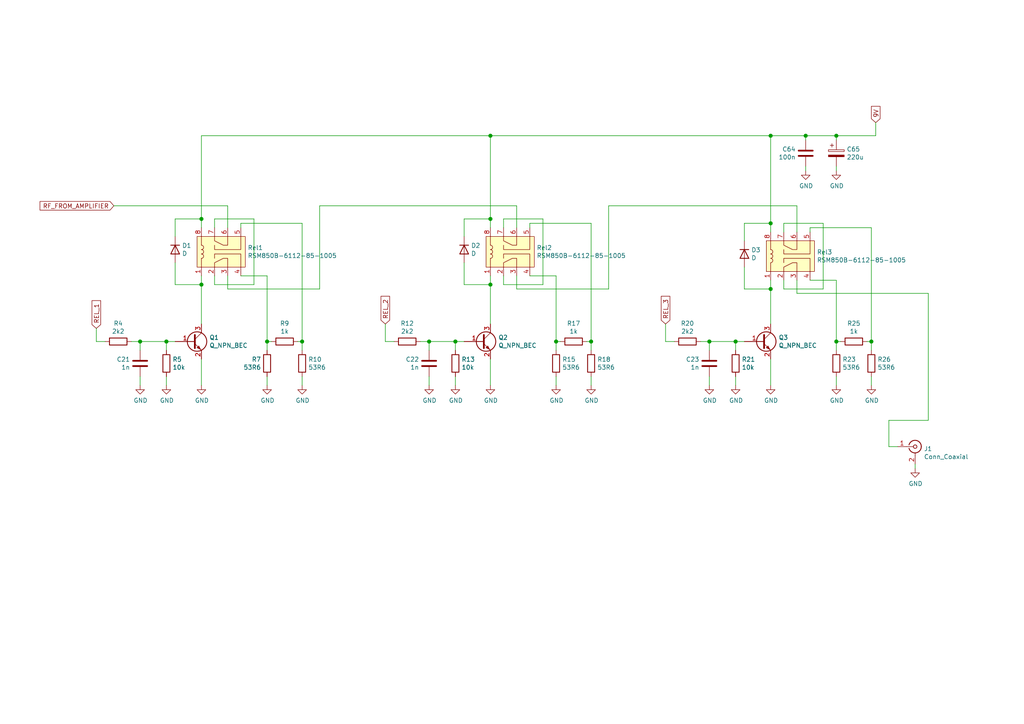
<source format=kicad_sch>
(kicad_sch (version 20231120) (generator "eeschema") (generator_version "8.0")
  (paper "A4")
  (lib_symbols
    (symbol "Connector:Conn_Coaxial" (pin_names (offset 1.016) hide)
      (property "Reference" "J" (at 0.254 3.048 0))
      (property "Value" "Conn_Coaxial" (at 2.921 0 90))
      (symbol "Conn_Coaxial_0_1"
        (arc (start -1.778 -0.508) (mid 0.2311 -1.8066) (end 1.778 0) (stroke (width 0.254)))
        (polyline (pts (xy -2.54 0) (xy -0.508 0)))
        (polyline (pts (xy 0 -2.54) (xy 0 -1.778)))
        (circle (center 0 0) (radius 0.508) (stroke (width 0.2032)))
        (arc (start 1.778 0) (mid 0.2099 1.8101) (end -1.778 0.508) (stroke (width 0.254)))
      )
      (symbol "Conn_Coaxial_1_1"
        (pin passive line (at -5.08 0 0) (length 2.54) (name "In") (number "1"))
        (pin passive line (at 0 -5.08 90) (length 2.54) (name "Ext") (number "2"))
      )
    )
    (symbol "Device:C" (pin_numbers hide) (pin_names (offset 0.254))
      (property "Reference" "C" (at 0.635 2.54 0))
      (property "Value" "C" (at 0.635 -2.54 0))
      (symbol "C_0_1"
        (polyline (pts (xy -2.032 -0.762) (xy 2.032 -0.762)) (stroke (width 0.508)))
        (polyline (pts (xy -2.032 0.762) (xy 2.032 0.762)) (stroke (width 0.508)))
      )
      (symbol "C_1_1"
        (pin passive line (at 0 3.81 270) (length 2.794) (name "~") (number "1"))
        (pin passive line (at 0 -3.81 90) (length 2.794) (name "~") (number "2"))
      )
    )
    (symbol "Device:CP" (pin_numbers hide) (pin_names (offset 0.254))
      (property "Reference" "C" (at 0.635 2.54 0))
      (property "Value" "CP" (at 0.635 -2.54 0))
      (symbol "CP_0_1"
        (rectangle (start -2.286 0.508) (end 2.286 1.016))
        (polyline (pts (xy -1.778 2.286) (xy -0.762 2.286)))
        (polyline (pts (xy -1.27 2.794) (xy -1.27 1.778)))
        (rectangle (start 2.286 -0.508) (end -2.286 -1.016) (fill (type outline)))
      )
      (symbol "CP_1_1"
        (pin passive line (at 0 3.81 270) (length 2.794) (name "~") (number "1"))
        (pin passive line (at 0 -3.81 90) (length 2.794) (name "~") (number "2"))
      )
    )
    (symbol "Device:D" (pin_numbers hide) (pin_names (offset 1.016) hide)
      (property "Reference" "D" (at 0 2.54 0))
      (property "Value" "D" (at 0 -2.54 0))
      (symbol "D_0_1"
        (polyline (pts (xy -1.27 1.27) (xy -1.27 -1.27)) (stroke (width 0.254)))
        (polyline (pts (xy 1.27 0) (xy -1.27 0)))
        (polyline (pts (xy 1.27 1.27) (xy 1.27 -1.27) (xy -1.27 0) (xy 1.27 1.27)) (stroke (width 0.254)))
      )
      (symbol "D_1_1"
        (pin passive line (at -3.81 0 0) (length 2.54) (name "K") (number "1"))
        (pin passive line (at 3.81 0 180) (length 2.54) (name "A") (number "2"))
      )
    )
    (symbol "Device:Q_NPN_BEC" (pin_names (offset 0) hide)
      (property "Reference" "Q" (at 5.08 1.27 0))
      (property "Value" "Q_NPN_BEC" (at 5.08 -1.27 0))
      (symbol "Q_NPN_BEC_0_1"
        (polyline (pts (xy 0.635 0.635) (xy 2.54 2.54)))
        (polyline (pts (xy 0.635 -0.635) (xy 2.54 -2.54) (xy 2.54 -2.54)))
        (polyline (pts (xy 0.635 1.905) (xy 0.635 -1.905) (xy 0.635 -1.905)) (stroke (width 0.508)))
        (polyline (pts (xy 1.27 -1.778) (xy 1.778 -1.27) (xy 2.286 -2.286) (xy 1.27 -1.778) (xy 1.27 -1.778)) (fill (type outline)))
        (circle (center 1.27 0) (radius 2.8194) (stroke (width 0.254)))
      )
      (symbol "Q_NPN_BEC_1_1"
        (pin input line (at -5.08 0 0) (length 5.715) (name "B") (number "1"))
        (pin passive line (at 2.54 -5.08 90) (length 2.54) (name "E") (number "2"))
        (pin passive line (at 2.54 5.08 270) (length 2.54) (name "C") (number "3"))
      )
    )
    (symbol "Device:R" (pin_numbers hide) (pin_names (offset 0))
      (property "Reference" "R" (at 2.032 0 90))
      (property "Value" "R" (at 0 0 90))
      (symbol "R_0_1"
        (rectangle (start -1.016 -2.54) (end 1.016 2.54) (stroke (width 0.254)))
      )
      (symbol "R_1_1"
        (pin passive line (at 0 3.81 270) (length 1.27) (name "~") (number "1"))
        (pin passive line (at 0 -3.81 90) (length 1.27) (name "~") (number "2"))
      )
    )
    (symbol "NumericallyControlledOscillator:RSM850B-6112-85-1005" (pin_names (offset 1.016))
      (property "Reference" "Rel" (at 0 1.27 0))
      (property "Value" "RSM850B-6112-85-1005" (at 0 0 0))
      (symbol "RSM850B-6112-85-1005_0_1"
        (rectangle (start -8.89 -10.16) (end 5.08 -19.05) (fill (type background)))
        (arc (start -7.62 -16.51) (mid -6.9877 -15.875) (end -7.62 -15.24))
        (arc (start -7.62 -15.24) (mid -6.9877 -14.605) (end -7.62 -13.97))
        (arc (start -7.62 -13.97) (mid -6.9877 -13.335) (end -7.62 -12.7))
        (polyline (pts (xy -7.62 -19.05) (xy -7.62 -16.51)))
        (polyline (pts (xy -7.62 -10.16) (xy -7.62 -12.7)))
        (polyline (pts (xy 3.81 -19.05) (xy 3.81 -15.24) (xy -3.81 -15.24) (xy -3.81 -16.51)))
        (polyline (pts (xy 3.81 -10.16) (xy 3.81 -13.97) (xy -3.81 -13.97) (xy -3.81 -12.7)))
        (polyline (pts (xy 0 -12.7) (xy 0 -10.16) (xy 0 -12.7) (xy -1.27 -12.7) (xy -3.81 -11.43) (xy -3.81 -10.16)))
      )
      (symbol "RSM850B-6112-85-1005_1_1"
        (polyline (pts (xy 0 -16.51) (xy 0 -19.05) (xy 0 -16.51) (xy -1.27 -16.51) (xy -3.81 -17.78) (xy -3.81 -19.05)))
        (pin input line (at -7.62 -21.59 90) (length 2.54) (name "~") (number "1"))
        (pin bidirectional line (at -3.81 -21.59 90) (length 2.54) (name "~") (number "2"))
        (pin bidirectional line (at 0 -21.59 90) (length 2.54) (name "~") (number "3"))
        (pin bidirectional line (at 3.81 -21.59 90) (length 2.54) (name "~") (number "4"))
        (pin bidirectional line (at 3.81 -7.62 270) (length 2.54) (name "~") (number "5"))
        (pin bidirectional line (at 0 -7.62 270) (length 2.54) (name "~") (number "6"))
        (pin bidirectional line (at -3.81 -7.62 270) (length 2.54) (name "~") (number "7"))
        (pin input line (at -7.62 -7.62 270) (length 2.54) (name "~") (number "8"))
      )
    )
    (symbol "power:GND" (power) (pin_names (offset 0))
      (property "Value" "GND" (at 0 -3.81 0))
      (symbol "GND_0_1"
        (polyline (pts (xy 0 0) (xy 0 -1.27) (xy 1.27 -1.27) (xy 0 -2.54) (xy -1.27 -1.27) (xy 0 -1.27)))
      )
      (symbol "GND_1_1"
        (pin power_in line (at 0 0 270) (length 0) hide (name "GND") (number "1"))
      )
    )
  )
  (junction (at 171.45 99.06) (diameter 1.016))
  (junction (at 223.52 39.37) (diameter 1.016))
  (junction (at 58.42 82.55) (diameter 1.016))
  (junction (at 223.52 83.82) (diameter 1.016))
  (junction (at 233.68 39.37) (diameter 1.016))
  (junction (at 87.63 99.06) (diameter 1.016))
  (junction (at 213.36 99.06) (diameter 1.016))
  (junction (at 142.24 82.55) (diameter 1.016))
  (junction (at 40.64 99.06) (diameter 1.016))
  (junction (at 242.57 99.06) (diameter 1.016))
  (junction (at 142.24 39.37) (diameter 1.016))
  (junction (at 124.46 99.06) (diameter 1.016))
  (junction (at 77.47 99.06) (diameter 1.016))
  (junction (at 223.52 64.77) (diameter 1.016))
  (junction (at 242.57 39.37) (diameter 1.016))
  (junction (at 205.74 99.06) (diameter 1.016))
  (junction (at 252.73 99.06) (diameter 1.016))
  (junction (at 161.29 99.06) (diameter 1.016))
  (junction (at 132.08 99.06) (diameter 1.016))
  (junction (at 142.24 63.5) (diameter 1.016))
  (junction (at 48.26 99.06) (diameter 1.016))
  (junction (at 58.42 63.5) (diameter 1.016))
  (wire (pts (xy 132.08 111.76) (xy 132.08 109.22)))
  (wire (pts (xy 234.95 67.31) (xy 234.95 66.04)))
  (wire (pts (xy 62.23 82.55) (xy 62.23 80.01)))
  (wire (pts (xy 153.67 80.01) (xy 161.29 80.01)))
  (wire (pts (xy 134.62 63.5) (xy 142.24 63.5)))
  (wire (pts (xy 134.62 82.55) (xy 134.62 76.2)))
  (wire (pts (xy 142.24 63.5) (xy 142.24 39.37)))
  (wire (pts (xy 132.08 99.06) (xy 124.46 99.06)))
  (wire (pts (xy 30.48 99.06) (xy 27.94 99.06)))
  (wire (pts (xy 149.86 80.01) (xy 149.86 83.82)))
  (wire (pts (xy 176.53 59.69) (xy 231.14 59.69)))
  (wire (pts (xy 161.29 80.01) (xy 161.29 99.06)))
  (wire (pts (xy 132.08 101.6) (xy 132.08 99.06)))
  (wire (pts (xy 58.42 39.37) (xy 142.24 39.37)))
  (wire (pts (xy 269.24 121.92) (xy 257.81 121.92)))
  (wire (pts (xy 254 39.37) (xy 254 35.56)))
  (wire (pts (xy 48.26 111.76) (xy 48.26 109.22)))
  (wire (pts (xy 269.24 85.09) (xy 269.24 121.92)))
  (wire (pts (xy 50.8 63.5) (xy 58.42 63.5)))
  (wire (pts (xy 242.57 109.22) (xy 242.57 111.76)))
  (wire (pts (xy 50.8 99.06) (xy 48.26 99.06)))
  (wire (pts (xy 233.68 39.37) (xy 242.57 39.37)))
  (wire (pts (xy 111.76 99.06) (xy 111.76 93.98)))
  (wire (pts (xy 223.52 39.37) (xy 233.68 39.37)))
  (wire (pts (xy 252.73 99.06) (xy 252.73 101.6)))
  (wire (pts (xy 92.71 83.82) (xy 92.71 59.69)))
  (wire (pts (xy 114.3 99.06) (xy 111.76 99.06)))
  (wire (pts (xy 62.23 66.04) (xy 62.23 63.5)))
  (wire (pts (xy 69.85 64.77) (xy 87.63 64.77)))
  (wire (pts (xy 142.24 39.37) (xy 223.52 39.37)))
  (wire (pts (xy 87.63 99.06) (xy 86.36 99.06)))
  (wire (pts (xy 73.66 63.5) (xy 73.66 82.55)))
  (wire (pts (xy 162.56 99.06) (xy 161.29 99.06)))
  (wire (pts (xy 223.52 83.82) (xy 223.52 81.28)))
  (wire (pts (xy 205.74 111.76) (xy 205.74 109.22)))
  (wire (pts (xy 215.9 69.85) (xy 215.9 64.77)))
  (wire (pts (xy 142.24 63.5) (xy 142.24 66.04)))
  (wire (pts (xy 227.33 83.82) (xy 238.76 83.82)))
  (wire (pts (xy 227.33 67.31) (xy 227.33 64.77)))
  (wire (pts (xy 40.64 99.06) (xy 38.1 99.06)))
  (wire (pts (xy 176.53 83.82) (xy 176.53 59.69)))
  (wire (pts (xy 62.23 63.5) (xy 73.66 63.5)))
  (wire (pts (xy 58.42 82.55) (xy 58.42 80.01)))
  (wire (pts (xy 215.9 83.82) (xy 215.9 77.47)))
  (wire (pts (xy 153.67 66.04) (xy 153.67 64.77)))
  (wire (pts (xy 58.42 82.55) (xy 50.8 82.55)))
  (wire (pts (xy 195.58 99.06) (xy 193.04 99.06)))
  (wire (pts (xy 87.63 109.22) (xy 87.63 111.76)))
  (wire (pts (xy 146.05 82.55) (xy 146.05 80.01)))
  (wire (pts (xy 87.63 64.77) (xy 87.63 99.06)))
  (wire (pts (xy 146.05 66.04) (xy 146.05 63.5)))
  (wire (pts (xy 161.29 109.22) (xy 161.29 111.76)))
  (wire (pts (xy 161.29 99.06) (xy 161.29 101.6)))
  (wire (pts (xy 77.47 99.06) (xy 77.47 101.6)))
  (wire (pts (xy 242.57 40.64) (xy 242.57 39.37)))
  (wire (pts (xy 50.8 68.58) (xy 50.8 63.5)))
  (wire (pts (xy 146.05 63.5) (xy 157.48 63.5)))
  (wire (pts (xy 257.81 121.92) (xy 257.81 129.54)))
  (wire (pts (xy 205.74 101.6) (xy 205.74 99.06)))
  (wire (pts (xy 242.57 99.06) (xy 242.57 101.6)))
  (wire (pts (xy 257.81 129.54) (xy 260.35 129.54)))
  (wire (pts (xy 48.26 99.06) (xy 40.64 99.06)))
  (wire (pts (xy 142.24 82.55) (xy 142.24 80.01)))
  (wire (pts (xy 213.36 101.6) (xy 213.36 99.06)))
  (wire (pts (xy 231.14 81.28) (xy 231.14 85.09)))
  (wire (pts (xy 233.68 40.64) (xy 233.68 39.37)))
  (wire (pts (xy 234.95 81.28) (xy 242.57 81.28)))
  (wire (pts (xy 242.57 39.37) (xy 254 39.37)))
  (wire (pts (xy 227.33 64.77) (xy 238.76 64.77)))
  (wire (pts (xy 252.73 66.04) (xy 252.73 99.06)))
  (wire (pts (xy 213.36 99.06) (xy 205.74 99.06)))
  (wire (pts (xy 77.47 80.01) (xy 77.47 99.06)))
  (wire (pts (xy 77.47 109.22) (xy 77.47 111.76)))
  (wire (pts (xy 171.45 109.22) (xy 171.45 111.76)))
  (wire (pts (xy 243.84 99.06) (xy 242.57 99.06)))
  (wire (pts (xy 149.86 83.82) (xy 176.53 83.82)))
  (wire (pts (xy 171.45 99.06) (xy 171.45 101.6)))
  (wire (pts (xy 124.46 111.76) (xy 124.46 109.22)))
  (wire (pts (xy 234.95 66.04) (xy 252.73 66.04)))
  (wire (pts (xy 153.67 64.77) (xy 171.45 64.77)))
  (wire (pts (xy 252.73 99.06) (xy 251.46 99.06)))
  (wire (pts (xy 78.74 99.06) (xy 77.47 99.06)))
  (wire (pts (xy 92.71 59.69) (xy 149.86 59.69)))
  (wire (pts (xy 171.45 64.77) (xy 171.45 99.06)))
  (wire (pts (xy 87.63 99.06) (xy 87.63 101.6)))
  (wire (pts (xy 242.57 81.28) (xy 242.57 99.06)))
  (wire (pts (xy 231.14 59.69) (xy 231.14 67.31)))
  (wire (pts (xy 27.94 99.06) (xy 27.94 95.25)))
  (wire (pts (xy 62.23 82.55) (xy 73.66 82.55)))
  (wire (pts (xy 149.86 59.69) (xy 149.86 66.04)))
  (wire (pts (xy 66.04 83.82) (xy 92.71 83.82)))
  (wire (pts (xy 223.52 39.37) (xy 223.52 64.77)))
  (wire (pts (xy 193.04 99.06) (xy 193.04 93.98)))
  (wire (pts (xy 50.8 82.55) (xy 50.8 76.2)))
  (wire (pts (xy 227.33 83.82) (xy 227.33 81.28)))
  (wire (pts (xy 213.36 111.76) (xy 213.36 109.22)))
  (wire (pts (xy 238.76 64.77) (xy 238.76 83.82)))
  (wire (pts (xy 215.9 99.06) (xy 213.36 99.06)))
  (wire (pts (xy 223.52 111.76) (xy 223.52 104.14)))
  (wire (pts (xy 252.73 109.22) (xy 252.73 111.76)))
  (wire (pts (xy 265.43 135.89) (xy 265.43 134.62)))
  (wire (pts (xy 124.46 101.6) (xy 124.46 99.06)))
  (wire (pts (xy 66.04 80.01) (xy 66.04 83.82)))
  (wire (pts (xy 58.42 63.5) (xy 58.42 39.37)))
  (wire (pts (xy 242.57 49.53) (xy 242.57 48.26)))
  (wire (pts (xy 142.24 82.55) (xy 134.62 82.55)))
  (wire (pts (xy 231.14 85.09) (xy 269.24 85.09)))
  (wire (pts (xy 233.68 49.53) (xy 233.68 48.26)))
  (wire (pts (xy 58.42 111.76) (xy 58.42 104.14)))
  (wire (pts (xy 157.48 63.5) (xy 157.48 82.55)))
  (wire (pts (xy 48.26 101.6) (xy 48.26 99.06)))
  (wire (pts (xy 205.74 99.06) (xy 203.2 99.06)))
  (wire (pts (xy 215.9 64.77) (xy 223.52 64.77)))
  (wire (pts (xy 223.52 83.82) (xy 215.9 83.82)))
  (wire (pts (xy 58.42 93.98) (xy 58.42 82.55)))
  (wire (pts (xy 223.52 64.77) (xy 223.52 67.31)))
  (wire (pts (xy 69.85 66.04) (xy 69.85 64.77)))
  (wire (pts (xy 142.24 104.14) (xy 142.24 111.76)))
  (wire (pts (xy 66.04 59.69) (xy 66.04 66.04)))
  (wire (pts (xy 124.46 99.06) (xy 121.92 99.06)))
  (wire (pts (xy 142.24 93.98) (xy 142.24 82.55)))
  (wire (pts (xy 146.05 82.55) (xy 157.48 82.55)))
  (wire (pts (xy 58.42 63.5) (xy 58.42 66.04)))
  (wire (pts (xy 223.52 83.82) (xy 223.52 93.98)))
  (wire (pts (xy 69.85 80.01) (xy 77.47 80.01)))
  (wire (pts (xy 33.02 59.69) (xy 66.04 59.69)))
  (wire (pts (xy 40.64 101.6) (xy 40.64 99.06)))
  (wire (pts (xy 134.62 99.06) (xy 132.08 99.06)))
  (wire (pts (xy 134.62 68.58) (xy 134.62 63.5)))
  (wire (pts (xy 40.64 111.76) (xy 40.64 109.22)))
  (wire (pts (xy 171.45 99.06) (xy 170.18 99.06)))
  (global_label "REL_3" (shape input) (at 193.04 93.98 90) (property "Intersheetrefs" "${INTERSHEET_REFS}" (effects (hide yes))))
  (global_label "RF_FROM_AMPLIFIER" (shape input) (at 33.02 59.69 180) (property "Intersheetrefs" "${INTERSHEET_REFS}" (effects (hide yes))))
  (global_label "REL_2" (shape input) (at 111.76 93.98 90) (property "Intersheetrefs" "${INTERSHEET_REFS}" (effects (hide yes))))
  (global_label "REL_1" (shape input) (at 27.94 95.25 90) (property "Intersheetrefs" "${INTERSHEET_REFS}" (effects (hide yes))))
  (global_label "9V" (shape input) (at 254 35.56 90) (property "Intersheetrefs" "${INTERSHEET_REFS}" (effects (hide yes))))
  (symbol (lib_id "Device:D") (at 50.8 72.39 270) (unit 1)
    (property "Reference" "D1" (at 52.8066 71.2216 90) (effects (justify left)))
    (property "Value" "D" (at 52.8066 73.533 90) (effects (justify left)))
    (property "Footprint" "Diode_SMD:D_MiniMELF" (effects (hide yes)))
  )
  (symbol (lib_id "Device:Q_NPN_BEC") (at 55.88 99.06 0) (unit 1)
    (property "Reference" "Q1" (at 60.7314 97.8916 0) (effects (justify left)))
    (property "Value" "Q_NPN_BEC" (at 60.7314 100.203 0) (effects (justify left)))
    (property "Footprint" "Package_TO_SOT_SMD:SOT-323_SC-70" (effects (hide yes)))
  )
  (symbol (lib_id "Device:R") (at 48.26 105.41 0) (unit 1)
    (property "Reference" "R5" (at 50.038 104.2416 0) (effects (justify left)))
    (property "Value" "10k" (at 50.038 106.553 0) (effects (justify left)))
    (property "Footprint" "Resistor_SMD:R_0402_1005Metric" (effects (hide yes)))
  )
  (symbol (lib_id "power:GND") (at 58.42 111.76 0) (unit 1)
    (property "Reference" "#PWR022" (effects (hide yes)))
    (property "Value" "GND" (at 58.547 116.1542 0))
  )
  (symbol (lib_id "Device:R") (at 34.29 99.06 270) (unit 1)
    (property "Reference" "R4" (at 34.29 93.8022 90))
    (property "Value" "2k2" (at 34.29 96.1136 90))
    (property "Footprint" "Resistor_SMD:R_0402_1005Metric" (effects (hide yes)))
  )
  (symbol (lib_id "power:GND") (at 48.26 111.76 0) (unit 1)
    (property "Reference" "#PWR021" (effects (hide yes)))
    (property "Value" "GND" (at 48.387 116.1542 0))
  )
  (symbol (lib_id "Device:R") (at 77.47 105.41 0) (unit 1)
    (property "Reference" "R7" (at 75.7174 104.2416 0) (effects (justify right)))
    (property "Value" "53R6" (at 75.7174 106.553 0) (effects (justify right)))
    (property "Footprint" "Resistor_SMD:R_0402_1005Metric" (effects (hide yes)))
  )
  (symbol (lib_id "Device:R") (at 87.63 105.41 0) (unit 1)
    (property "Reference" "R10" (at 89.408 104.2416 0) (effects (justify left)))
    (property "Value" "53R6" (at 89.408 106.553 0) (effects (justify left)))
    (property "Footprint" "Resistor_SMD:R_0402_1005Metric" (effects (hide yes)))
  )
  (symbol (lib_id "Device:R") (at 82.55 99.06 270) (unit 1)
    (property "Reference" "R9" (at 82.55 93.8022 90))
    (property "Value" "1k" (at 82.55 96.1136 90))
    (property "Footprint" "Resistor_SMD:R_0402_1005Metric" (effects (hide yes)))
  )
  (symbol (lib_id "power:GND") (at 77.47 111.76 0) (unit 1)
    (property "Reference" "#PWR024" (effects (hide yes)))
    (property "Value" "GND" (at 77.597 116.1542 0))
  )
  (symbol (lib_id "power:GND") (at 87.63 111.76 0) (unit 1)
    (property "Reference" "#PWR025" (effects (hide yes)))
    (property "Value" "GND" (at 87.757 116.1542 0))
  )
  (symbol (lib_id "Device:Q_NPN_BEC") (at 139.7 99.06 0) (unit 1)
    (property "Reference" "Q2" (at 144.5514 97.8916 0) (effects (justify left)))
    (property "Value" "Q_NPN_BEC" (at 144.5514 100.203 0) (effects (justify left)))
    (property "Footprint" "Package_TO_SOT_SMD:SOT-323_SC-70" (effects (hide yes)))
  )
  (symbol (lib_id "Device:R") (at 132.08 105.41 0) (unit 1)
    (property "Reference" "R13" (at 133.858 104.2416 0) (effects (justify left)))
    (property "Value" "10k" (at 133.858 106.553 0) (effects (justify left)))
    (property "Footprint" "Resistor_SMD:R_0402_1005Metric" (effects (hide yes)))
  )
  (symbol (lib_id "power:GND") (at 142.24 111.76 0) (unit 1)
    (property "Reference" "#PWR027" (effects (hide yes)))
    (property "Value" "GND" (at 142.367 116.1542 0))
  )
  (symbol (lib_id "Device:R") (at 118.11 99.06 270) (unit 1)
    (property "Reference" "R12" (at 118.11 93.8022 90))
    (property "Value" "2k2" (at 118.11 96.1136 90))
    (property "Footprint" "Resistor_SMD:R_0402_1005Metric" (effects (hide yes)))
  )
  (symbol (lib_id "power:GND") (at 132.08 111.76 0) (unit 1)
    (property "Reference" "#PWR026" (effects (hide yes)))
    (property "Value" "GND" (at 132.207 116.1542 0))
  )
  (symbol (lib_id "Device:R") (at 161.29 105.41 0) (unit 1)
    (property "Reference" "R15" (at 163.068 104.2416 0) (effects (justify left)))
    (property "Value" "53R6" (at 163.068 106.553 0) (effects (justify left)))
    (property "Footprint" "Resistor_SMD:R_0402_1005Metric" (effects (hide yes)))
  )
  (symbol (lib_id "Device:R") (at 171.45 105.41 0) (unit 1)
    (property "Reference" "R18" (at 173.228 104.2416 0) (effects (justify left)))
    (property "Value" "53R6" (at 173.228 106.553 0) (effects (justify left)))
    (property "Footprint" "Resistor_SMD:R_0402_1005Metric" (effects (hide yes)))
  )
  (symbol (lib_id "Device:R") (at 166.37 99.06 270) (unit 1)
    (property "Reference" "R17" (at 166.37 93.8022 90))
    (property "Value" "1k" (at 166.37 96.1136 90))
    (property "Footprint" "Resistor_SMD:R_0402_1005Metric" (effects (hide yes)))
  )
  (symbol (lib_id "power:GND") (at 161.29 111.76 0) (unit 1)
    (property "Reference" "#PWR029" (effects (hide yes)))
    (property "Value" "GND" (at 161.417 116.1542 0))
  )
  (symbol (lib_id "power:GND") (at 171.45 111.76 0) (unit 1)
    (property "Reference" "#PWR030" (effects (hide yes)))
    (property "Value" "GND" (at 171.577 116.1542 0))
  )
  (symbol (lib_id "Device:Q_NPN_BEC") (at 220.98 99.06 0) (unit 1)
    (property "Reference" "Q3" (at 225.8314 97.8916 0) (effects (justify left)))
    (property "Value" "Q_NPN_BEC" (at 225.8314 100.203 0) (effects (justify left)))
    (property "Footprint" "Package_TO_SOT_SMD:SOT-323_SC-70" (effects (hide yes)))
  )
  (symbol (lib_id "Device:R") (at 213.36 105.41 0) (unit 1)
    (property "Reference" "R21" (at 215.138 104.2416 0) (effects (justify left)))
    (property "Value" "10k" (at 215.138 106.553 0) (effects (justify left)))
    (property "Footprint" "Resistor_SMD:R_0402_1005Metric" (effects (hide yes)))
  )
  (symbol (lib_id "power:GND") (at 223.52 111.76 0) (unit 1)
    (property "Reference" "#PWR032" (effects (hide yes)))
    (property "Value" "GND" (at 223.647 116.1542 0))
  )
  (symbol (lib_id "Device:R") (at 199.39 99.06 270) (unit 1)
    (property "Reference" "R20" (at 199.39 93.8022 90))
    (property "Value" "2k2" (at 199.39 96.1136 90))
    (property "Footprint" "Resistor_SMD:R_0402_1005Metric" (effects (hide yes)))
  )
  (symbol (lib_id "power:GND") (at 213.36 111.76 0) (unit 1)
    (property "Reference" "#PWR031" (effects (hide yes)))
    (property "Value" "GND" (at 213.487 116.1542 0))
  )
  (symbol (lib_id "Device:R") (at 242.57 105.41 0) (unit 1)
    (property "Reference" "R23" (at 244.348 104.2416 0) (effects (justify left)))
    (property "Value" "53R6" (at 244.348 106.553 0) (effects (justify left)))
    (property "Footprint" "Resistor_SMD:R_0402_1005Metric" (effects (hide yes)))
  )
  (symbol (lib_id "Device:R") (at 252.73 105.41 0) (unit 1)
    (property "Reference" "R26" (at 254.508 104.2416 0) (effects (justify left)))
    (property "Value" "53R6" (at 254.508 106.553 0) (effects (justify left)))
    (property "Footprint" "Resistor_SMD:R_0402_1005Metric" (effects (hide yes)))
  )
  (symbol (lib_id "Device:R") (at 247.65 99.06 270) (unit 1)
    (property "Reference" "R25" (at 247.65 93.8022 90))
    (property "Value" "1k" (at 247.65 96.1136 90))
    (property "Footprint" "Resistor_SMD:R_0402_1005Metric" (effects (hide yes)))
  )
  (symbol (lib_id "power:GND") (at 242.57 111.76 0) (unit 1)
    (property "Reference" "#PWR034" (effects (hide yes)))
    (property "Value" "GND" (at 242.697 116.1542 0))
  )
  (symbol (lib_id "power:GND") (at 252.73 111.76 0) (unit 1)
    (property "Reference" "#PWR035" (effects (hide yes)))
    (property "Value" "GND" (at 252.857 116.1542 0))
  )
  (symbol (lib_id "Device:C") (at 40.64 105.41 0) (unit 1)
    (property "Reference" "C21" (at 37.7444 104.2416 0) (effects (justify right)))
    (property "Value" "1n" (at 37.7444 106.553 0) (effects (justify right)))
    (property "Footprint" "Capacitor_SMD:C_0402_1005Metric" (effects (hide yes)))
  )
  (symbol (lib_id "Device:C") (at 124.46 105.41 0) (unit 1)
    (property "Reference" "C22" (at 121.5644 104.2416 0) (effects (justify right)))
    (property "Value" "1n" (at 121.5644 106.553 0) (effects (justify right)))
    (property "Footprint" "Capacitor_SMD:C_0402_1005Metric" (effects (hide yes)))
  )
  (symbol (lib_id "Device:C") (at 205.74 105.41 0) (unit 1)
    (property "Reference" "C23" (at 202.8444 104.2416 0) (effects (justify right)))
    (property "Value" "1n" (at 202.8444 106.553 0) (effects (justify right)))
    (property "Footprint" "Capacitor_SMD:C_0402_1005Metric" (effects (hide yes)))
  )
  (symbol (lib_id "Connector:Conn_Coaxial") (at 265.43 129.54 0) (unit 1)
    (property "Reference" "J1" (at 267.97 130.175 0) (effects (justify left)))
    (property "Value" "Conn_Coaxial" (at 267.97 132.4864 0) (effects (justify left)))
    (property "Footprint" "Connector_Coaxial:BNC_Amphenol_B6252HB-NPP3G-50_Horizontal" (effects (hide yes)))
    (property "Datasheet" " ~" (effects (hide yes)))
  )
  (symbol (lib_id "power:GND") (at 265.43 135.89 0) (unit 1)
    (property "Reference" "#PWR01" (effects (hide yes)))
    (property "Value" "GND" (at 265.557 140.2842 0))
  )
  (symbol (lib_id "power:GND") (at 124.46 111.76 0) (unit 1)
    (property "Reference" "#PWR07" (effects (hide yes)))
    (property "Value" "GND" (at 124.587 116.1542 0))
  )
  (symbol (lib_id "power:GND") (at 205.74 111.76 0) (unit 1)
    (property "Reference" "#PWR010" (effects (hide yes)))
    (property "Value" "GND" (at 205.867 116.1542 0))
  )
  (symbol (lib_id "power:GND") (at 40.64 111.76 0) (unit 1)
    (property "Reference" "#PWR04" (effects (hide yes)))
    (property "Value" "GND" (at 40.767 116.1542 0))
  )
  (symbol (lib_id "NumericallyControlledOscillator:RSM850B-6112-85-1005") (at 66.04 58.42 0) (unit 1)
    (property "Reference" "Rel1" (at 71.8312 71.8566 0) (effects (justify left)))
    (property "Value" "RSM850B-6112-85-1005" (at 71.8312 74.168 0) (effects (justify left)))
    (property "Footprint" "Relay_THT:Relay_DPDT_Omron_G6K-2P-Y" (effects (hide yes)))
  )
  (symbol (lib_id "Device:D") (at 134.62 72.39 270) (unit 1)
    (property "Reference" "D2" (at 136.6266 71.2216 90) (effects (justify left)))
    (property "Value" "D" (at 136.6266 73.533 90) (effects (justify left)))
    (property "Footprint" "Diode_SMD:D_MiniMELF" (effects (hide yes)))
  )
  (symbol (lib_id "NumericallyControlledOscillator:RSM850B-6112-85-1005") (at 149.86 58.42 0) (unit 1)
    (property "Reference" "Rel2" (at 155.6512 71.8566 0) (effects (justify left)))
    (property "Value" "RSM850B-6112-85-1005" (at 155.6512 74.168 0) (effects (justify left)))
    (property "Footprint" "Relay_THT:Relay_DPDT_Omron_G6K-2P-Y" (effects (hide yes)))
  )
  (symbol (lib_id "Device:D") (at 215.9 73.66 270) (unit 1)
    (property "Reference" "D3" (at 217.9066 72.4916 90) (effects (justify left)))
    (property "Value" "D" (at 217.9066 74.803 90) (effects (justify left)))
    (property "Footprint" "Diode_SMD:D_MiniMELF" (effects (hide yes)))
  )
  (symbol (lib_id "NumericallyControlledOscillator:RSM850B-6112-85-1005") (at 231.14 59.69 0) (unit 1)
    (property "Reference" "Rel3" (at 236.9312 73.1266 0) (effects (justify left)))
    (property "Value" "RSM850B-6112-85-1005" (at 236.9312 75.438 0) (effects (justify left)))
    (property "Footprint" "Relay_THT:Relay_DPDT_Omron_G6K-2P-Y" (effects (hide yes)))
  )
  (symbol (lib_id "Device:CP") (at 242.57 44.45 0) (unit 1)
    (property "Reference" "C65" (at 245.5672 43.2816 0) (effects (justify left)))
    (property "Value" "220u" (at 245.5672 45.593 0) (effects (justify left)))
    (property "Footprint" "Capacitor_SMD:CP_Elec_6.3x5.8" (effects (hide yes)))
  )
  (symbol (lib_id "power:GND") (at 242.57 49.53 0) (unit 1)
    (property "Reference" "#PWR083" (effects (hide yes)))
    (property "Value" "GND" (at 242.697 53.9242 0))
  )
  (symbol (lib_id "Device:C") (at 233.68 44.45 0) (unit 1)
    (property "Reference" "C64" (at 230.7844 43.2816 0) (effects (justify right)))
    (property "Value" "100n" (at 230.7844 45.593 0) (effects (justify right)))
    (property "Footprint" "Capacitor_SMD:C_0402_1005Metric" (effects (hide yes)))
  )
  (symbol (lib_id "power:GND") (at 233.68 49.53 0) (unit 1)
    (property "Reference" "#PWR082" (effects (hide yes)))
    (property "Value" "GND" (at 233.807 53.9242 0))
  )
)
</source>
